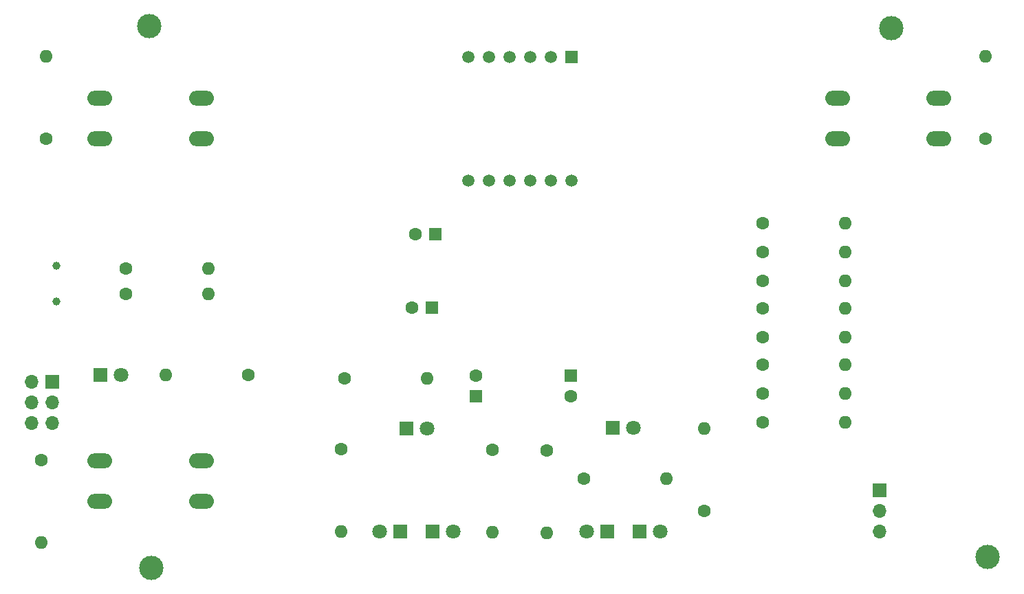
<source format=gbr>
%TF.GenerationSoftware,KiCad,Pcbnew,(7.0.0)*%
%TF.CreationDate,2023-05-30T12:42:47-06:00*%
%TF.ProjectId,GolfSpeedSensor,476f6c66-5370-4656-9564-53656e736f72,rev?*%
%TF.SameCoordinates,Original*%
%TF.FileFunction,Soldermask,Bot*%
%TF.FilePolarity,Negative*%
%FSLAX46Y46*%
G04 Gerber Fmt 4.6, Leading zero omitted, Abs format (unit mm)*
G04 Created by KiCad (PCBNEW (7.0.0)) date 2023-05-30 12:42:47*
%MOMM*%
%LPD*%
G01*
G04 APERTURE LIST*
%ADD10C,1.600000*%
%ADD11O,1.600000X1.600000*%
%ADD12C,3.000000*%
%ADD13C,1.000000*%
%ADD14O,3.048000X1.850000*%
%ADD15R,1.800000X1.800000*%
%ADD16C,1.800000*%
%ADD17R,1.700000X1.700000*%
%ADD18O,1.700000X1.700000*%
%ADD19R,1.600000X1.600000*%
%ADD20R,1.500000X1.500000*%
%ADD21C,1.500000*%
G04 APERTURE END LIST*
D10*
%TO.C,R11*%
X180010000Y-84250000D03*
D11*
X190169999Y-84249999D03*
%TD*%
D12*
%TO.C,H2*%
X195800000Y-60200000D03*
%TD*%
D13*
%TO.C,J1*%
X93000000Y-89500000D03*
X93000000Y-93900000D03*
%TD*%
D14*
%TO.C,SW3*%
X98389999Y-113549999D03*
X110889999Y-113549999D03*
X98389999Y-118549999D03*
X110889999Y-118549999D03*
%TD*%
D15*
%TO.C,D2*%
X160864999Y-122249999D03*
D16*
X158325000Y-122250000D03*
%TD*%
D10*
%TO.C,R8*%
X180010000Y-94750000D03*
D11*
X190169999Y-94749999D03*
%TD*%
D10*
%TO.C,R10*%
X180010000Y-87750000D03*
D11*
X190169999Y-87749999D03*
%TD*%
D17*
%TO.C,J3*%
X194399999Y-117174999D03*
D18*
X194399999Y-119714999D03*
X194399999Y-122254999D03*
%TD*%
D12*
%TO.C,H4*%
X104700000Y-126700000D03*
%TD*%
D10*
%TO.C,R2*%
X101620000Y-89825000D03*
D11*
X111779999Y-89824999D03*
%TD*%
D10*
%TO.C,R22*%
X128510000Y-103350000D03*
D11*
X138669999Y-103349999D03*
%TD*%
D15*
%TO.C,R19*%
X161549999Y-109449999D03*
D16*
X164090000Y-109450000D03*
%TD*%
D10*
%TO.C,R17*%
X146700000Y-112170000D03*
D11*
X146699999Y-122329999D03*
%TD*%
D14*
%TO.C,SW1*%
X98389999Y-68849999D03*
X110889999Y-68849999D03*
X98389999Y-73849999D03*
X110889999Y-73849999D03*
%TD*%
D10*
%TO.C,R12*%
X153400000Y-112220000D03*
D11*
X153399999Y-122379999D03*
%TD*%
D10*
%TO.C,R20*%
X172790000Y-119730000D03*
D11*
X172789999Y-109569999D03*
%TD*%
D10*
%TO.C,R7*%
X180010000Y-98250000D03*
D11*
X190169999Y-98249999D03*
%TD*%
D10*
%TO.C,R1*%
X101620000Y-92925000D03*
D11*
X111779999Y-92924999D03*
%TD*%
D15*
%TO.C,D1*%
X98449999Y-102949999D03*
D16*
X100990000Y-102950000D03*
%TD*%
D15*
%TO.C,D3*%
X164814999Y-122249999D03*
D16*
X167355000Y-122250000D03*
%TD*%
D15*
%TO.C,R21*%
X136114999Y-109549999D03*
D16*
X138655000Y-109550000D03*
%TD*%
D17*
%TO.C,J2*%
X92489999Y-103774999D03*
D18*
X89949999Y-103774999D03*
X92489999Y-106314999D03*
X89949999Y-106314999D03*
X92489999Y-108854999D03*
X89949999Y-108854999D03*
%TD*%
D12*
%TO.C,H3*%
X104500000Y-59900000D03*
%TD*%
D10*
%TO.C,R16*%
X128100000Y-112120000D03*
D11*
X128099999Y-122279999D03*
%TD*%
D10*
%TO.C,R5*%
X180010000Y-105250000D03*
D11*
X190169999Y-105249999D03*
%TD*%
D15*
%TO.C,D5*%
X139314999Y-122249999D03*
D16*
X141855000Y-122250000D03*
%TD*%
D10*
%TO.C,R6*%
X180010000Y-101650000D03*
D11*
X190169999Y-101649999D03*
%TD*%
D10*
%TO.C,R13*%
X158020000Y-115700000D03*
D11*
X168179999Y-115699999D03*
%TD*%
D19*
%TO.C,C3*%
X139299999Y-94599999D03*
D10*
X136800000Y-94600000D03*
%TD*%
D20*
%TO.C,U4*%
X156489999Y-63709999D03*
D21*
X153950000Y-63710000D03*
X151410000Y-63710000D03*
X148870000Y-63710000D03*
X146330000Y-63710000D03*
X143790000Y-63710000D03*
X143790000Y-78950000D03*
X146330000Y-78950000D03*
X148870000Y-78950000D03*
X151410000Y-78950000D03*
X153950000Y-78950000D03*
X156490000Y-78950000D03*
%TD*%
D10*
%TO.C,R3*%
X116670000Y-102950000D03*
D11*
X106509999Y-102949999D03*
%TD*%
D19*
%TO.C,C4*%
X139695099Y-85549999D03*
D10*
X137195100Y-85550000D03*
%TD*%
D19*
%TO.C,C1*%
X156389999Y-103044899D03*
D10*
X156390000Y-105544900D03*
%TD*%
%TO.C,R14*%
X91790000Y-73830000D03*
D11*
X91789999Y-63669999D03*
%TD*%
D10*
%TO.C,R15*%
X207390000Y-73830000D03*
D11*
X207389999Y-63669999D03*
%TD*%
D19*
%TO.C,C2*%
X144689999Y-105555099D03*
D10*
X144690000Y-103055100D03*
%TD*%
%TO.C,R9*%
X180010000Y-91350000D03*
D11*
X190169999Y-91349999D03*
%TD*%
D10*
%TO.C,R4*%
X180010000Y-108750000D03*
D11*
X190169999Y-108749999D03*
%TD*%
D15*
%TO.C,D4*%
X135364999Y-122249999D03*
D16*
X132825000Y-122250000D03*
%TD*%
D10*
%TO.C,R18*%
X91200000Y-113420000D03*
D11*
X91199999Y-123579999D03*
%TD*%
D14*
%TO.C,SW2*%
X189189999Y-68849999D03*
X201689999Y-68849999D03*
X189189999Y-73849999D03*
X201689999Y-73849999D03*
%TD*%
D12*
%TO.C,H1*%
X207700000Y-125400000D03*
%TD*%
M02*

</source>
